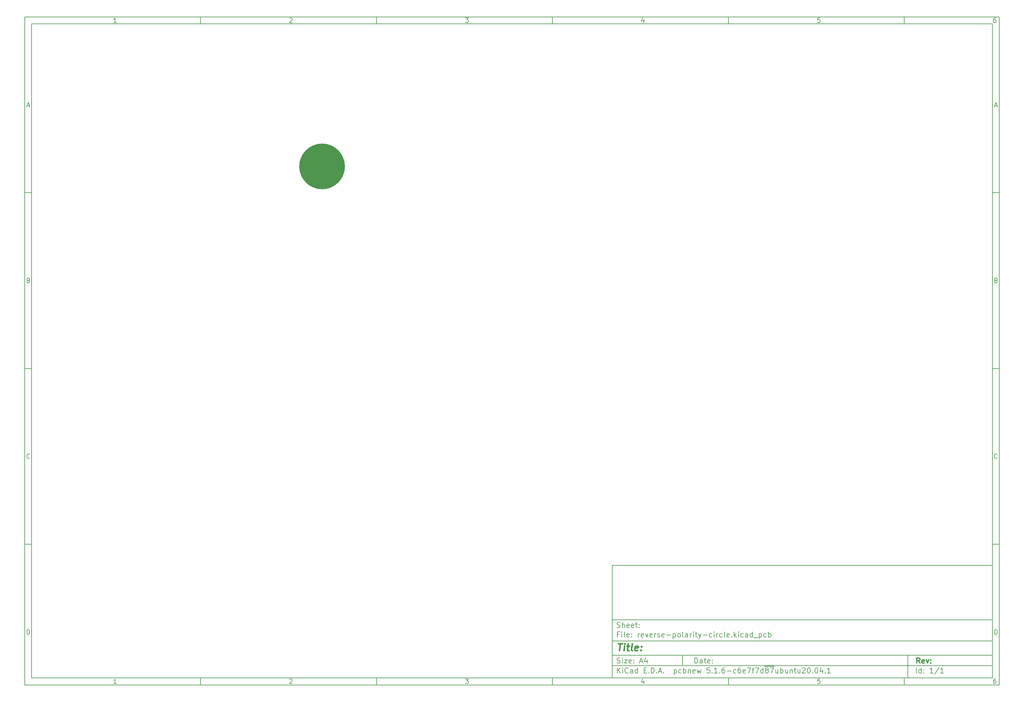
<source format=gbr>
G04 #@! TF.GenerationSoftware,KiCad,Pcbnew,5.1.6-c6e7f7d~87~ubuntu20.04.1*
G04 #@! TF.CreationDate,2020-08-14T09:14:16+02:00*
G04 #@! TF.ProjectId,reverse-polarity-circle,72657665-7273-4652-9d70-6f6c61726974,rev?*
G04 #@! TF.SameCoordinates,Original*
G04 #@! TF.FileFunction,Paste,Bot*
G04 #@! TF.FilePolarity,Positive*
%FSLAX46Y46*%
G04 Gerber Fmt 4.6, Leading zero omitted, Abs format (unit mm)*
G04 Created by KiCad (PCBNEW 5.1.6-c6e7f7d~87~ubuntu20.04.1) date 2020-08-14 09:14:16*
%MOMM*%
%LPD*%
G01*
G04 APERTURE LIST*
%ADD10C,0.100000*%
%ADD11C,0.150000*%
%ADD12C,0.300000*%
%ADD13C,0.400000*%
%ADD14C,13.000000*%
G04 APERTURE END LIST*
D10*
D11*
X177002200Y-166007200D02*
X177002200Y-198007200D01*
X285002200Y-198007200D01*
X285002200Y-166007200D01*
X177002200Y-166007200D01*
D10*
D11*
X10000000Y-10000000D02*
X10000000Y-200007200D01*
X287002200Y-200007200D01*
X287002200Y-10000000D01*
X10000000Y-10000000D01*
D10*
D11*
X12000000Y-12000000D02*
X12000000Y-198007200D01*
X285002200Y-198007200D01*
X285002200Y-12000000D01*
X12000000Y-12000000D01*
D10*
D11*
X60000000Y-12000000D02*
X60000000Y-10000000D01*
D10*
D11*
X110000000Y-12000000D02*
X110000000Y-10000000D01*
D10*
D11*
X160000000Y-12000000D02*
X160000000Y-10000000D01*
D10*
D11*
X210000000Y-12000000D02*
X210000000Y-10000000D01*
D10*
D11*
X260000000Y-12000000D02*
X260000000Y-10000000D01*
D10*
D11*
X36065476Y-11588095D02*
X35322619Y-11588095D01*
X35694047Y-11588095D02*
X35694047Y-10288095D01*
X35570238Y-10473809D01*
X35446428Y-10597619D01*
X35322619Y-10659523D01*
D10*
D11*
X85322619Y-10411904D02*
X85384523Y-10350000D01*
X85508333Y-10288095D01*
X85817857Y-10288095D01*
X85941666Y-10350000D01*
X86003571Y-10411904D01*
X86065476Y-10535714D01*
X86065476Y-10659523D01*
X86003571Y-10845238D01*
X85260714Y-11588095D01*
X86065476Y-11588095D01*
D10*
D11*
X135260714Y-10288095D02*
X136065476Y-10288095D01*
X135632142Y-10783333D01*
X135817857Y-10783333D01*
X135941666Y-10845238D01*
X136003571Y-10907142D01*
X136065476Y-11030952D01*
X136065476Y-11340476D01*
X136003571Y-11464285D01*
X135941666Y-11526190D01*
X135817857Y-11588095D01*
X135446428Y-11588095D01*
X135322619Y-11526190D01*
X135260714Y-11464285D01*
D10*
D11*
X185941666Y-10721428D02*
X185941666Y-11588095D01*
X185632142Y-10226190D02*
X185322619Y-11154761D01*
X186127380Y-11154761D01*
D10*
D11*
X236003571Y-10288095D02*
X235384523Y-10288095D01*
X235322619Y-10907142D01*
X235384523Y-10845238D01*
X235508333Y-10783333D01*
X235817857Y-10783333D01*
X235941666Y-10845238D01*
X236003571Y-10907142D01*
X236065476Y-11030952D01*
X236065476Y-11340476D01*
X236003571Y-11464285D01*
X235941666Y-11526190D01*
X235817857Y-11588095D01*
X235508333Y-11588095D01*
X235384523Y-11526190D01*
X235322619Y-11464285D01*
D10*
D11*
X285941666Y-10288095D02*
X285694047Y-10288095D01*
X285570238Y-10350000D01*
X285508333Y-10411904D01*
X285384523Y-10597619D01*
X285322619Y-10845238D01*
X285322619Y-11340476D01*
X285384523Y-11464285D01*
X285446428Y-11526190D01*
X285570238Y-11588095D01*
X285817857Y-11588095D01*
X285941666Y-11526190D01*
X286003571Y-11464285D01*
X286065476Y-11340476D01*
X286065476Y-11030952D01*
X286003571Y-10907142D01*
X285941666Y-10845238D01*
X285817857Y-10783333D01*
X285570238Y-10783333D01*
X285446428Y-10845238D01*
X285384523Y-10907142D01*
X285322619Y-11030952D01*
D10*
D11*
X60000000Y-198007200D02*
X60000000Y-200007200D01*
D10*
D11*
X110000000Y-198007200D02*
X110000000Y-200007200D01*
D10*
D11*
X160000000Y-198007200D02*
X160000000Y-200007200D01*
D10*
D11*
X210000000Y-198007200D02*
X210000000Y-200007200D01*
D10*
D11*
X260000000Y-198007200D02*
X260000000Y-200007200D01*
D10*
D11*
X36065476Y-199595295D02*
X35322619Y-199595295D01*
X35694047Y-199595295D02*
X35694047Y-198295295D01*
X35570238Y-198481009D01*
X35446428Y-198604819D01*
X35322619Y-198666723D01*
D10*
D11*
X85322619Y-198419104D02*
X85384523Y-198357200D01*
X85508333Y-198295295D01*
X85817857Y-198295295D01*
X85941666Y-198357200D01*
X86003571Y-198419104D01*
X86065476Y-198542914D01*
X86065476Y-198666723D01*
X86003571Y-198852438D01*
X85260714Y-199595295D01*
X86065476Y-199595295D01*
D10*
D11*
X135260714Y-198295295D02*
X136065476Y-198295295D01*
X135632142Y-198790533D01*
X135817857Y-198790533D01*
X135941666Y-198852438D01*
X136003571Y-198914342D01*
X136065476Y-199038152D01*
X136065476Y-199347676D01*
X136003571Y-199471485D01*
X135941666Y-199533390D01*
X135817857Y-199595295D01*
X135446428Y-199595295D01*
X135322619Y-199533390D01*
X135260714Y-199471485D01*
D10*
D11*
X185941666Y-198728628D02*
X185941666Y-199595295D01*
X185632142Y-198233390D02*
X185322619Y-199161961D01*
X186127380Y-199161961D01*
D10*
D11*
X236003571Y-198295295D02*
X235384523Y-198295295D01*
X235322619Y-198914342D01*
X235384523Y-198852438D01*
X235508333Y-198790533D01*
X235817857Y-198790533D01*
X235941666Y-198852438D01*
X236003571Y-198914342D01*
X236065476Y-199038152D01*
X236065476Y-199347676D01*
X236003571Y-199471485D01*
X235941666Y-199533390D01*
X235817857Y-199595295D01*
X235508333Y-199595295D01*
X235384523Y-199533390D01*
X235322619Y-199471485D01*
D10*
D11*
X285941666Y-198295295D02*
X285694047Y-198295295D01*
X285570238Y-198357200D01*
X285508333Y-198419104D01*
X285384523Y-198604819D01*
X285322619Y-198852438D01*
X285322619Y-199347676D01*
X285384523Y-199471485D01*
X285446428Y-199533390D01*
X285570238Y-199595295D01*
X285817857Y-199595295D01*
X285941666Y-199533390D01*
X286003571Y-199471485D01*
X286065476Y-199347676D01*
X286065476Y-199038152D01*
X286003571Y-198914342D01*
X285941666Y-198852438D01*
X285817857Y-198790533D01*
X285570238Y-198790533D01*
X285446428Y-198852438D01*
X285384523Y-198914342D01*
X285322619Y-199038152D01*
D10*
D11*
X10000000Y-60000000D02*
X12000000Y-60000000D01*
D10*
D11*
X10000000Y-110000000D02*
X12000000Y-110000000D01*
D10*
D11*
X10000000Y-160000000D02*
X12000000Y-160000000D01*
D10*
D11*
X10690476Y-35216666D02*
X11309523Y-35216666D01*
X10566666Y-35588095D02*
X11000000Y-34288095D01*
X11433333Y-35588095D01*
D10*
D11*
X11092857Y-84907142D02*
X11278571Y-84969047D01*
X11340476Y-85030952D01*
X11402380Y-85154761D01*
X11402380Y-85340476D01*
X11340476Y-85464285D01*
X11278571Y-85526190D01*
X11154761Y-85588095D01*
X10659523Y-85588095D01*
X10659523Y-84288095D01*
X11092857Y-84288095D01*
X11216666Y-84350000D01*
X11278571Y-84411904D01*
X11340476Y-84535714D01*
X11340476Y-84659523D01*
X11278571Y-84783333D01*
X11216666Y-84845238D01*
X11092857Y-84907142D01*
X10659523Y-84907142D01*
D10*
D11*
X11402380Y-135464285D02*
X11340476Y-135526190D01*
X11154761Y-135588095D01*
X11030952Y-135588095D01*
X10845238Y-135526190D01*
X10721428Y-135402380D01*
X10659523Y-135278571D01*
X10597619Y-135030952D01*
X10597619Y-134845238D01*
X10659523Y-134597619D01*
X10721428Y-134473809D01*
X10845238Y-134350000D01*
X11030952Y-134288095D01*
X11154761Y-134288095D01*
X11340476Y-134350000D01*
X11402380Y-134411904D01*
D10*
D11*
X10659523Y-185588095D02*
X10659523Y-184288095D01*
X10969047Y-184288095D01*
X11154761Y-184350000D01*
X11278571Y-184473809D01*
X11340476Y-184597619D01*
X11402380Y-184845238D01*
X11402380Y-185030952D01*
X11340476Y-185278571D01*
X11278571Y-185402380D01*
X11154761Y-185526190D01*
X10969047Y-185588095D01*
X10659523Y-185588095D01*
D10*
D11*
X287002200Y-60000000D02*
X285002200Y-60000000D01*
D10*
D11*
X287002200Y-110000000D02*
X285002200Y-110000000D01*
D10*
D11*
X287002200Y-160000000D02*
X285002200Y-160000000D01*
D10*
D11*
X285692676Y-35216666D02*
X286311723Y-35216666D01*
X285568866Y-35588095D02*
X286002200Y-34288095D01*
X286435533Y-35588095D01*
D10*
D11*
X286095057Y-84907142D02*
X286280771Y-84969047D01*
X286342676Y-85030952D01*
X286404580Y-85154761D01*
X286404580Y-85340476D01*
X286342676Y-85464285D01*
X286280771Y-85526190D01*
X286156961Y-85588095D01*
X285661723Y-85588095D01*
X285661723Y-84288095D01*
X286095057Y-84288095D01*
X286218866Y-84350000D01*
X286280771Y-84411904D01*
X286342676Y-84535714D01*
X286342676Y-84659523D01*
X286280771Y-84783333D01*
X286218866Y-84845238D01*
X286095057Y-84907142D01*
X285661723Y-84907142D01*
D10*
D11*
X286404580Y-135464285D02*
X286342676Y-135526190D01*
X286156961Y-135588095D01*
X286033152Y-135588095D01*
X285847438Y-135526190D01*
X285723628Y-135402380D01*
X285661723Y-135278571D01*
X285599819Y-135030952D01*
X285599819Y-134845238D01*
X285661723Y-134597619D01*
X285723628Y-134473809D01*
X285847438Y-134350000D01*
X286033152Y-134288095D01*
X286156961Y-134288095D01*
X286342676Y-134350000D01*
X286404580Y-134411904D01*
D10*
D11*
X285661723Y-185588095D02*
X285661723Y-184288095D01*
X285971247Y-184288095D01*
X286156961Y-184350000D01*
X286280771Y-184473809D01*
X286342676Y-184597619D01*
X286404580Y-184845238D01*
X286404580Y-185030952D01*
X286342676Y-185278571D01*
X286280771Y-185402380D01*
X286156961Y-185526190D01*
X285971247Y-185588095D01*
X285661723Y-185588095D01*
D10*
D11*
X200434342Y-193785771D02*
X200434342Y-192285771D01*
X200791485Y-192285771D01*
X201005771Y-192357200D01*
X201148628Y-192500057D01*
X201220057Y-192642914D01*
X201291485Y-192928628D01*
X201291485Y-193142914D01*
X201220057Y-193428628D01*
X201148628Y-193571485D01*
X201005771Y-193714342D01*
X200791485Y-193785771D01*
X200434342Y-193785771D01*
X202577200Y-193785771D02*
X202577200Y-193000057D01*
X202505771Y-192857200D01*
X202362914Y-192785771D01*
X202077200Y-192785771D01*
X201934342Y-192857200D01*
X202577200Y-193714342D02*
X202434342Y-193785771D01*
X202077200Y-193785771D01*
X201934342Y-193714342D01*
X201862914Y-193571485D01*
X201862914Y-193428628D01*
X201934342Y-193285771D01*
X202077200Y-193214342D01*
X202434342Y-193214342D01*
X202577200Y-193142914D01*
X203077200Y-192785771D02*
X203648628Y-192785771D01*
X203291485Y-192285771D02*
X203291485Y-193571485D01*
X203362914Y-193714342D01*
X203505771Y-193785771D01*
X203648628Y-193785771D01*
X204720057Y-193714342D02*
X204577200Y-193785771D01*
X204291485Y-193785771D01*
X204148628Y-193714342D01*
X204077200Y-193571485D01*
X204077200Y-193000057D01*
X204148628Y-192857200D01*
X204291485Y-192785771D01*
X204577200Y-192785771D01*
X204720057Y-192857200D01*
X204791485Y-193000057D01*
X204791485Y-193142914D01*
X204077200Y-193285771D01*
X205434342Y-193642914D02*
X205505771Y-193714342D01*
X205434342Y-193785771D01*
X205362914Y-193714342D01*
X205434342Y-193642914D01*
X205434342Y-193785771D01*
X205434342Y-192857200D02*
X205505771Y-192928628D01*
X205434342Y-193000057D01*
X205362914Y-192928628D01*
X205434342Y-192857200D01*
X205434342Y-193000057D01*
D10*
D11*
X177002200Y-194507200D02*
X285002200Y-194507200D01*
D10*
D11*
X178434342Y-196585771D02*
X178434342Y-195085771D01*
X179291485Y-196585771D02*
X178648628Y-195728628D01*
X179291485Y-195085771D02*
X178434342Y-195942914D01*
X179934342Y-196585771D02*
X179934342Y-195585771D01*
X179934342Y-195085771D02*
X179862914Y-195157200D01*
X179934342Y-195228628D01*
X180005771Y-195157200D01*
X179934342Y-195085771D01*
X179934342Y-195228628D01*
X181505771Y-196442914D02*
X181434342Y-196514342D01*
X181220057Y-196585771D01*
X181077200Y-196585771D01*
X180862914Y-196514342D01*
X180720057Y-196371485D01*
X180648628Y-196228628D01*
X180577200Y-195942914D01*
X180577200Y-195728628D01*
X180648628Y-195442914D01*
X180720057Y-195300057D01*
X180862914Y-195157200D01*
X181077200Y-195085771D01*
X181220057Y-195085771D01*
X181434342Y-195157200D01*
X181505771Y-195228628D01*
X182791485Y-196585771D02*
X182791485Y-195800057D01*
X182720057Y-195657200D01*
X182577200Y-195585771D01*
X182291485Y-195585771D01*
X182148628Y-195657200D01*
X182791485Y-196514342D02*
X182648628Y-196585771D01*
X182291485Y-196585771D01*
X182148628Y-196514342D01*
X182077200Y-196371485D01*
X182077200Y-196228628D01*
X182148628Y-196085771D01*
X182291485Y-196014342D01*
X182648628Y-196014342D01*
X182791485Y-195942914D01*
X184148628Y-196585771D02*
X184148628Y-195085771D01*
X184148628Y-196514342D02*
X184005771Y-196585771D01*
X183720057Y-196585771D01*
X183577200Y-196514342D01*
X183505771Y-196442914D01*
X183434342Y-196300057D01*
X183434342Y-195871485D01*
X183505771Y-195728628D01*
X183577200Y-195657200D01*
X183720057Y-195585771D01*
X184005771Y-195585771D01*
X184148628Y-195657200D01*
X186005771Y-195800057D02*
X186505771Y-195800057D01*
X186720057Y-196585771D02*
X186005771Y-196585771D01*
X186005771Y-195085771D01*
X186720057Y-195085771D01*
X187362914Y-196442914D02*
X187434342Y-196514342D01*
X187362914Y-196585771D01*
X187291485Y-196514342D01*
X187362914Y-196442914D01*
X187362914Y-196585771D01*
X188077200Y-196585771D02*
X188077200Y-195085771D01*
X188434342Y-195085771D01*
X188648628Y-195157200D01*
X188791485Y-195300057D01*
X188862914Y-195442914D01*
X188934342Y-195728628D01*
X188934342Y-195942914D01*
X188862914Y-196228628D01*
X188791485Y-196371485D01*
X188648628Y-196514342D01*
X188434342Y-196585771D01*
X188077200Y-196585771D01*
X189577200Y-196442914D02*
X189648628Y-196514342D01*
X189577200Y-196585771D01*
X189505771Y-196514342D01*
X189577200Y-196442914D01*
X189577200Y-196585771D01*
X190220057Y-196157200D02*
X190934342Y-196157200D01*
X190077200Y-196585771D02*
X190577200Y-195085771D01*
X191077200Y-196585771D01*
X191577200Y-196442914D02*
X191648628Y-196514342D01*
X191577200Y-196585771D01*
X191505771Y-196514342D01*
X191577200Y-196442914D01*
X191577200Y-196585771D01*
X194577200Y-195585771D02*
X194577200Y-197085771D01*
X194577200Y-195657200D02*
X194720057Y-195585771D01*
X195005771Y-195585771D01*
X195148628Y-195657200D01*
X195220057Y-195728628D01*
X195291485Y-195871485D01*
X195291485Y-196300057D01*
X195220057Y-196442914D01*
X195148628Y-196514342D01*
X195005771Y-196585771D01*
X194720057Y-196585771D01*
X194577200Y-196514342D01*
X196577200Y-196514342D02*
X196434342Y-196585771D01*
X196148628Y-196585771D01*
X196005771Y-196514342D01*
X195934342Y-196442914D01*
X195862914Y-196300057D01*
X195862914Y-195871485D01*
X195934342Y-195728628D01*
X196005771Y-195657200D01*
X196148628Y-195585771D01*
X196434342Y-195585771D01*
X196577200Y-195657200D01*
X197220057Y-196585771D02*
X197220057Y-195085771D01*
X197220057Y-195657200D02*
X197362914Y-195585771D01*
X197648628Y-195585771D01*
X197791485Y-195657200D01*
X197862914Y-195728628D01*
X197934342Y-195871485D01*
X197934342Y-196300057D01*
X197862914Y-196442914D01*
X197791485Y-196514342D01*
X197648628Y-196585771D01*
X197362914Y-196585771D01*
X197220057Y-196514342D01*
X198577200Y-195585771D02*
X198577200Y-196585771D01*
X198577200Y-195728628D02*
X198648628Y-195657200D01*
X198791485Y-195585771D01*
X199005771Y-195585771D01*
X199148628Y-195657200D01*
X199220057Y-195800057D01*
X199220057Y-196585771D01*
X200505771Y-196514342D02*
X200362914Y-196585771D01*
X200077200Y-196585771D01*
X199934342Y-196514342D01*
X199862914Y-196371485D01*
X199862914Y-195800057D01*
X199934342Y-195657200D01*
X200077200Y-195585771D01*
X200362914Y-195585771D01*
X200505771Y-195657200D01*
X200577200Y-195800057D01*
X200577200Y-195942914D01*
X199862914Y-196085771D01*
X201077200Y-195585771D02*
X201362914Y-196585771D01*
X201648628Y-195871485D01*
X201934342Y-196585771D01*
X202220057Y-195585771D01*
X204648628Y-195085771D02*
X203934342Y-195085771D01*
X203862914Y-195800057D01*
X203934342Y-195728628D01*
X204077200Y-195657200D01*
X204434342Y-195657200D01*
X204577200Y-195728628D01*
X204648628Y-195800057D01*
X204720057Y-195942914D01*
X204720057Y-196300057D01*
X204648628Y-196442914D01*
X204577200Y-196514342D01*
X204434342Y-196585771D01*
X204077200Y-196585771D01*
X203934342Y-196514342D01*
X203862914Y-196442914D01*
X205362914Y-196442914D02*
X205434342Y-196514342D01*
X205362914Y-196585771D01*
X205291485Y-196514342D01*
X205362914Y-196442914D01*
X205362914Y-196585771D01*
X206862914Y-196585771D02*
X206005771Y-196585771D01*
X206434342Y-196585771D02*
X206434342Y-195085771D01*
X206291485Y-195300057D01*
X206148628Y-195442914D01*
X206005771Y-195514342D01*
X207505771Y-196442914D02*
X207577200Y-196514342D01*
X207505771Y-196585771D01*
X207434342Y-196514342D01*
X207505771Y-196442914D01*
X207505771Y-196585771D01*
X208862914Y-195085771D02*
X208577200Y-195085771D01*
X208434342Y-195157200D01*
X208362914Y-195228628D01*
X208220057Y-195442914D01*
X208148628Y-195728628D01*
X208148628Y-196300057D01*
X208220057Y-196442914D01*
X208291485Y-196514342D01*
X208434342Y-196585771D01*
X208720057Y-196585771D01*
X208862914Y-196514342D01*
X208934342Y-196442914D01*
X209005771Y-196300057D01*
X209005771Y-195942914D01*
X208934342Y-195800057D01*
X208862914Y-195728628D01*
X208720057Y-195657200D01*
X208434342Y-195657200D01*
X208291485Y-195728628D01*
X208220057Y-195800057D01*
X208148628Y-195942914D01*
X209648628Y-196014342D02*
X210791485Y-196014342D01*
X212148628Y-196514342D02*
X212005771Y-196585771D01*
X211720057Y-196585771D01*
X211577200Y-196514342D01*
X211505771Y-196442914D01*
X211434342Y-196300057D01*
X211434342Y-195871485D01*
X211505771Y-195728628D01*
X211577200Y-195657200D01*
X211720057Y-195585771D01*
X212005771Y-195585771D01*
X212148628Y-195657200D01*
X213434342Y-195085771D02*
X213148628Y-195085771D01*
X213005771Y-195157200D01*
X212934342Y-195228628D01*
X212791485Y-195442914D01*
X212720057Y-195728628D01*
X212720057Y-196300057D01*
X212791485Y-196442914D01*
X212862914Y-196514342D01*
X213005771Y-196585771D01*
X213291485Y-196585771D01*
X213434342Y-196514342D01*
X213505771Y-196442914D01*
X213577200Y-196300057D01*
X213577200Y-195942914D01*
X213505771Y-195800057D01*
X213434342Y-195728628D01*
X213291485Y-195657200D01*
X213005771Y-195657200D01*
X212862914Y-195728628D01*
X212791485Y-195800057D01*
X212720057Y-195942914D01*
X214791485Y-196514342D02*
X214648628Y-196585771D01*
X214362914Y-196585771D01*
X214220057Y-196514342D01*
X214148628Y-196371485D01*
X214148628Y-195800057D01*
X214220057Y-195657200D01*
X214362914Y-195585771D01*
X214648628Y-195585771D01*
X214791485Y-195657200D01*
X214862914Y-195800057D01*
X214862914Y-195942914D01*
X214148628Y-196085771D01*
X215362914Y-195085771D02*
X216362914Y-195085771D01*
X215720057Y-196585771D01*
X216720057Y-195585771D02*
X217291485Y-195585771D01*
X216934342Y-196585771D02*
X216934342Y-195300057D01*
X217005771Y-195157200D01*
X217148628Y-195085771D01*
X217291485Y-195085771D01*
X217648628Y-195085771D02*
X218648628Y-195085771D01*
X218005771Y-196585771D01*
X219862914Y-196585771D02*
X219862914Y-195085771D01*
X219862914Y-196514342D02*
X219720057Y-196585771D01*
X219434342Y-196585771D01*
X219291485Y-196514342D01*
X219220057Y-196442914D01*
X219148628Y-196300057D01*
X219148628Y-195871485D01*
X219220057Y-195728628D01*
X219291485Y-195657200D01*
X219434342Y-195585771D01*
X219720057Y-195585771D01*
X219862914Y-195657200D01*
X220220057Y-194677200D02*
X221648628Y-194677200D01*
X220791485Y-195728628D02*
X220648628Y-195657200D01*
X220577200Y-195585771D01*
X220505771Y-195442914D01*
X220505771Y-195371485D01*
X220577200Y-195228628D01*
X220648628Y-195157200D01*
X220791485Y-195085771D01*
X221077200Y-195085771D01*
X221220057Y-195157200D01*
X221291485Y-195228628D01*
X221362914Y-195371485D01*
X221362914Y-195442914D01*
X221291485Y-195585771D01*
X221220057Y-195657200D01*
X221077200Y-195728628D01*
X220791485Y-195728628D01*
X220648628Y-195800057D01*
X220577200Y-195871485D01*
X220505771Y-196014342D01*
X220505771Y-196300057D01*
X220577200Y-196442914D01*
X220648628Y-196514342D01*
X220791485Y-196585771D01*
X221077200Y-196585771D01*
X221220057Y-196514342D01*
X221291485Y-196442914D01*
X221362914Y-196300057D01*
X221362914Y-196014342D01*
X221291485Y-195871485D01*
X221220057Y-195800057D01*
X221077200Y-195728628D01*
X221648628Y-194677200D02*
X223077200Y-194677200D01*
X221862914Y-195085771D02*
X222862914Y-195085771D01*
X222220057Y-196585771D01*
X224077200Y-195585771D02*
X224077200Y-196585771D01*
X223434342Y-195585771D02*
X223434342Y-196371485D01*
X223505771Y-196514342D01*
X223648628Y-196585771D01*
X223862914Y-196585771D01*
X224005771Y-196514342D01*
X224077200Y-196442914D01*
X224791485Y-196585771D02*
X224791485Y-195085771D01*
X224791485Y-195657200D02*
X224934342Y-195585771D01*
X225220057Y-195585771D01*
X225362914Y-195657200D01*
X225434342Y-195728628D01*
X225505771Y-195871485D01*
X225505771Y-196300057D01*
X225434342Y-196442914D01*
X225362914Y-196514342D01*
X225220057Y-196585771D01*
X224934342Y-196585771D01*
X224791485Y-196514342D01*
X226791485Y-195585771D02*
X226791485Y-196585771D01*
X226148628Y-195585771D02*
X226148628Y-196371485D01*
X226220057Y-196514342D01*
X226362914Y-196585771D01*
X226577200Y-196585771D01*
X226720057Y-196514342D01*
X226791485Y-196442914D01*
X227505771Y-195585771D02*
X227505771Y-196585771D01*
X227505771Y-195728628D02*
X227577200Y-195657200D01*
X227720057Y-195585771D01*
X227934342Y-195585771D01*
X228077200Y-195657200D01*
X228148628Y-195800057D01*
X228148628Y-196585771D01*
X228648628Y-195585771D02*
X229220057Y-195585771D01*
X228862914Y-195085771D02*
X228862914Y-196371485D01*
X228934342Y-196514342D01*
X229077200Y-196585771D01*
X229220057Y-196585771D01*
X230362914Y-195585771D02*
X230362914Y-196585771D01*
X229720057Y-195585771D02*
X229720057Y-196371485D01*
X229791485Y-196514342D01*
X229934342Y-196585771D01*
X230148628Y-196585771D01*
X230291485Y-196514342D01*
X230362914Y-196442914D01*
X231005771Y-195228628D02*
X231077200Y-195157200D01*
X231220057Y-195085771D01*
X231577200Y-195085771D01*
X231720057Y-195157200D01*
X231791485Y-195228628D01*
X231862914Y-195371485D01*
X231862914Y-195514342D01*
X231791485Y-195728628D01*
X230934342Y-196585771D01*
X231862914Y-196585771D01*
X232791485Y-195085771D02*
X232934342Y-195085771D01*
X233077200Y-195157200D01*
X233148628Y-195228628D01*
X233220057Y-195371485D01*
X233291485Y-195657200D01*
X233291485Y-196014342D01*
X233220057Y-196300057D01*
X233148628Y-196442914D01*
X233077200Y-196514342D01*
X232934342Y-196585771D01*
X232791485Y-196585771D01*
X232648628Y-196514342D01*
X232577200Y-196442914D01*
X232505771Y-196300057D01*
X232434342Y-196014342D01*
X232434342Y-195657200D01*
X232505771Y-195371485D01*
X232577200Y-195228628D01*
X232648628Y-195157200D01*
X232791485Y-195085771D01*
X233934342Y-196442914D02*
X234005771Y-196514342D01*
X233934342Y-196585771D01*
X233862914Y-196514342D01*
X233934342Y-196442914D01*
X233934342Y-196585771D01*
X234934342Y-195085771D02*
X235077200Y-195085771D01*
X235220057Y-195157200D01*
X235291485Y-195228628D01*
X235362914Y-195371485D01*
X235434342Y-195657200D01*
X235434342Y-196014342D01*
X235362914Y-196300057D01*
X235291485Y-196442914D01*
X235220057Y-196514342D01*
X235077200Y-196585771D01*
X234934342Y-196585771D01*
X234791485Y-196514342D01*
X234720057Y-196442914D01*
X234648628Y-196300057D01*
X234577200Y-196014342D01*
X234577200Y-195657200D01*
X234648628Y-195371485D01*
X234720057Y-195228628D01*
X234791485Y-195157200D01*
X234934342Y-195085771D01*
X236720057Y-195585771D02*
X236720057Y-196585771D01*
X236362914Y-195014342D02*
X236005771Y-196085771D01*
X236934342Y-196085771D01*
X237505771Y-196442914D02*
X237577199Y-196514342D01*
X237505771Y-196585771D01*
X237434342Y-196514342D01*
X237505771Y-196442914D01*
X237505771Y-196585771D01*
X239005771Y-196585771D02*
X238148628Y-196585771D01*
X238577200Y-196585771D02*
X238577200Y-195085771D01*
X238434342Y-195300057D01*
X238291485Y-195442914D01*
X238148628Y-195514342D01*
D10*
D11*
X177002200Y-191507200D02*
X285002200Y-191507200D01*
D10*
D12*
X264411485Y-193785771D02*
X263911485Y-193071485D01*
X263554342Y-193785771D02*
X263554342Y-192285771D01*
X264125771Y-192285771D01*
X264268628Y-192357200D01*
X264340057Y-192428628D01*
X264411485Y-192571485D01*
X264411485Y-192785771D01*
X264340057Y-192928628D01*
X264268628Y-193000057D01*
X264125771Y-193071485D01*
X263554342Y-193071485D01*
X265625771Y-193714342D02*
X265482914Y-193785771D01*
X265197200Y-193785771D01*
X265054342Y-193714342D01*
X264982914Y-193571485D01*
X264982914Y-193000057D01*
X265054342Y-192857200D01*
X265197200Y-192785771D01*
X265482914Y-192785771D01*
X265625771Y-192857200D01*
X265697200Y-193000057D01*
X265697200Y-193142914D01*
X264982914Y-193285771D01*
X266197200Y-192785771D02*
X266554342Y-193785771D01*
X266911485Y-192785771D01*
X267482914Y-193642914D02*
X267554342Y-193714342D01*
X267482914Y-193785771D01*
X267411485Y-193714342D01*
X267482914Y-193642914D01*
X267482914Y-193785771D01*
X267482914Y-192857200D02*
X267554342Y-192928628D01*
X267482914Y-193000057D01*
X267411485Y-192928628D01*
X267482914Y-192857200D01*
X267482914Y-193000057D01*
D10*
D11*
X178362914Y-193714342D02*
X178577200Y-193785771D01*
X178934342Y-193785771D01*
X179077200Y-193714342D01*
X179148628Y-193642914D01*
X179220057Y-193500057D01*
X179220057Y-193357200D01*
X179148628Y-193214342D01*
X179077200Y-193142914D01*
X178934342Y-193071485D01*
X178648628Y-193000057D01*
X178505771Y-192928628D01*
X178434342Y-192857200D01*
X178362914Y-192714342D01*
X178362914Y-192571485D01*
X178434342Y-192428628D01*
X178505771Y-192357200D01*
X178648628Y-192285771D01*
X179005771Y-192285771D01*
X179220057Y-192357200D01*
X179862914Y-193785771D02*
X179862914Y-192785771D01*
X179862914Y-192285771D02*
X179791485Y-192357200D01*
X179862914Y-192428628D01*
X179934342Y-192357200D01*
X179862914Y-192285771D01*
X179862914Y-192428628D01*
X180434342Y-192785771D02*
X181220057Y-192785771D01*
X180434342Y-193785771D01*
X181220057Y-193785771D01*
X182362914Y-193714342D02*
X182220057Y-193785771D01*
X181934342Y-193785771D01*
X181791485Y-193714342D01*
X181720057Y-193571485D01*
X181720057Y-193000057D01*
X181791485Y-192857200D01*
X181934342Y-192785771D01*
X182220057Y-192785771D01*
X182362914Y-192857200D01*
X182434342Y-193000057D01*
X182434342Y-193142914D01*
X181720057Y-193285771D01*
X183077200Y-193642914D02*
X183148628Y-193714342D01*
X183077200Y-193785771D01*
X183005771Y-193714342D01*
X183077200Y-193642914D01*
X183077200Y-193785771D01*
X183077200Y-192857200D02*
X183148628Y-192928628D01*
X183077200Y-193000057D01*
X183005771Y-192928628D01*
X183077200Y-192857200D01*
X183077200Y-193000057D01*
X184862914Y-193357200D02*
X185577200Y-193357200D01*
X184720057Y-193785771D02*
X185220057Y-192285771D01*
X185720057Y-193785771D01*
X186862914Y-192785771D02*
X186862914Y-193785771D01*
X186505771Y-192214342D02*
X186148628Y-193285771D01*
X187077200Y-193285771D01*
D10*
D11*
X263434342Y-196585771D02*
X263434342Y-195085771D01*
X264791485Y-196585771D02*
X264791485Y-195085771D01*
X264791485Y-196514342D02*
X264648628Y-196585771D01*
X264362914Y-196585771D01*
X264220057Y-196514342D01*
X264148628Y-196442914D01*
X264077200Y-196300057D01*
X264077200Y-195871485D01*
X264148628Y-195728628D01*
X264220057Y-195657200D01*
X264362914Y-195585771D01*
X264648628Y-195585771D01*
X264791485Y-195657200D01*
X265505771Y-196442914D02*
X265577200Y-196514342D01*
X265505771Y-196585771D01*
X265434342Y-196514342D01*
X265505771Y-196442914D01*
X265505771Y-196585771D01*
X265505771Y-195657200D02*
X265577200Y-195728628D01*
X265505771Y-195800057D01*
X265434342Y-195728628D01*
X265505771Y-195657200D01*
X265505771Y-195800057D01*
X268148628Y-196585771D02*
X267291485Y-196585771D01*
X267720057Y-196585771D02*
X267720057Y-195085771D01*
X267577200Y-195300057D01*
X267434342Y-195442914D01*
X267291485Y-195514342D01*
X269862914Y-195014342D02*
X268577200Y-196942914D01*
X271148628Y-196585771D02*
X270291485Y-196585771D01*
X270720057Y-196585771D02*
X270720057Y-195085771D01*
X270577200Y-195300057D01*
X270434342Y-195442914D01*
X270291485Y-195514342D01*
D10*
D11*
X177002200Y-187507200D02*
X285002200Y-187507200D01*
D10*
D13*
X178714580Y-188211961D02*
X179857438Y-188211961D01*
X179036009Y-190211961D02*
X179286009Y-188211961D01*
X180274104Y-190211961D02*
X180440771Y-188878628D01*
X180524104Y-188211961D02*
X180416961Y-188307200D01*
X180500295Y-188402438D01*
X180607438Y-188307200D01*
X180524104Y-188211961D01*
X180500295Y-188402438D01*
X181107438Y-188878628D02*
X181869342Y-188878628D01*
X181476485Y-188211961D02*
X181262200Y-189926247D01*
X181333628Y-190116723D01*
X181512200Y-190211961D01*
X181702676Y-190211961D01*
X182655057Y-190211961D02*
X182476485Y-190116723D01*
X182405057Y-189926247D01*
X182619342Y-188211961D01*
X184190771Y-190116723D02*
X183988390Y-190211961D01*
X183607438Y-190211961D01*
X183428866Y-190116723D01*
X183357438Y-189926247D01*
X183452676Y-189164342D01*
X183571723Y-188973866D01*
X183774104Y-188878628D01*
X184155057Y-188878628D01*
X184333628Y-188973866D01*
X184405057Y-189164342D01*
X184381247Y-189354819D01*
X183405057Y-189545295D01*
X185155057Y-190021485D02*
X185238390Y-190116723D01*
X185131247Y-190211961D01*
X185047914Y-190116723D01*
X185155057Y-190021485D01*
X185131247Y-190211961D01*
X185286009Y-188973866D02*
X185369342Y-189069104D01*
X185262200Y-189164342D01*
X185178866Y-189069104D01*
X185286009Y-188973866D01*
X185262200Y-189164342D01*
D10*
D11*
X178934342Y-185600057D02*
X178434342Y-185600057D01*
X178434342Y-186385771D02*
X178434342Y-184885771D01*
X179148628Y-184885771D01*
X179720057Y-186385771D02*
X179720057Y-185385771D01*
X179720057Y-184885771D02*
X179648628Y-184957200D01*
X179720057Y-185028628D01*
X179791485Y-184957200D01*
X179720057Y-184885771D01*
X179720057Y-185028628D01*
X180648628Y-186385771D02*
X180505771Y-186314342D01*
X180434342Y-186171485D01*
X180434342Y-184885771D01*
X181791485Y-186314342D02*
X181648628Y-186385771D01*
X181362914Y-186385771D01*
X181220057Y-186314342D01*
X181148628Y-186171485D01*
X181148628Y-185600057D01*
X181220057Y-185457200D01*
X181362914Y-185385771D01*
X181648628Y-185385771D01*
X181791485Y-185457200D01*
X181862914Y-185600057D01*
X181862914Y-185742914D01*
X181148628Y-185885771D01*
X182505771Y-186242914D02*
X182577200Y-186314342D01*
X182505771Y-186385771D01*
X182434342Y-186314342D01*
X182505771Y-186242914D01*
X182505771Y-186385771D01*
X182505771Y-185457200D02*
X182577200Y-185528628D01*
X182505771Y-185600057D01*
X182434342Y-185528628D01*
X182505771Y-185457200D01*
X182505771Y-185600057D01*
X184362914Y-186385771D02*
X184362914Y-185385771D01*
X184362914Y-185671485D02*
X184434342Y-185528628D01*
X184505771Y-185457200D01*
X184648628Y-185385771D01*
X184791485Y-185385771D01*
X185862914Y-186314342D02*
X185720057Y-186385771D01*
X185434342Y-186385771D01*
X185291485Y-186314342D01*
X185220057Y-186171485D01*
X185220057Y-185600057D01*
X185291485Y-185457200D01*
X185434342Y-185385771D01*
X185720057Y-185385771D01*
X185862914Y-185457200D01*
X185934342Y-185600057D01*
X185934342Y-185742914D01*
X185220057Y-185885771D01*
X186434342Y-185385771D02*
X186791485Y-186385771D01*
X187148628Y-185385771D01*
X188291485Y-186314342D02*
X188148628Y-186385771D01*
X187862914Y-186385771D01*
X187720057Y-186314342D01*
X187648628Y-186171485D01*
X187648628Y-185600057D01*
X187720057Y-185457200D01*
X187862914Y-185385771D01*
X188148628Y-185385771D01*
X188291485Y-185457200D01*
X188362914Y-185600057D01*
X188362914Y-185742914D01*
X187648628Y-185885771D01*
X189005771Y-186385771D02*
X189005771Y-185385771D01*
X189005771Y-185671485D02*
X189077200Y-185528628D01*
X189148628Y-185457200D01*
X189291485Y-185385771D01*
X189434342Y-185385771D01*
X189862914Y-186314342D02*
X190005771Y-186385771D01*
X190291485Y-186385771D01*
X190434342Y-186314342D01*
X190505771Y-186171485D01*
X190505771Y-186100057D01*
X190434342Y-185957200D01*
X190291485Y-185885771D01*
X190077200Y-185885771D01*
X189934342Y-185814342D01*
X189862914Y-185671485D01*
X189862914Y-185600057D01*
X189934342Y-185457200D01*
X190077200Y-185385771D01*
X190291485Y-185385771D01*
X190434342Y-185457200D01*
X191720057Y-186314342D02*
X191577200Y-186385771D01*
X191291485Y-186385771D01*
X191148628Y-186314342D01*
X191077200Y-186171485D01*
X191077200Y-185600057D01*
X191148628Y-185457200D01*
X191291485Y-185385771D01*
X191577200Y-185385771D01*
X191720057Y-185457200D01*
X191791485Y-185600057D01*
X191791485Y-185742914D01*
X191077200Y-185885771D01*
X192434342Y-185814342D02*
X193577200Y-185814342D01*
X194291485Y-185385771D02*
X194291485Y-186885771D01*
X194291485Y-185457200D02*
X194434342Y-185385771D01*
X194720057Y-185385771D01*
X194862914Y-185457200D01*
X194934342Y-185528628D01*
X195005771Y-185671485D01*
X195005771Y-186100057D01*
X194934342Y-186242914D01*
X194862914Y-186314342D01*
X194720057Y-186385771D01*
X194434342Y-186385771D01*
X194291485Y-186314342D01*
X195862914Y-186385771D02*
X195720057Y-186314342D01*
X195648628Y-186242914D01*
X195577200Y-186100057D01*
X195577200Y-185671485D01*
X195648628Y-185528628D01*
X195720057Y-185457200D01*
X195862914Y-185385771D01*
X196077200Y-185385771D01*
X196220057Y-185457200D01*
X196291485Y-185528628D01*
X196362914Y-185671485D01*
X196362914Y-186100057D01*
X196291485Y-186242914D01*
X196220057Y-186314342D01*
X196077200Y-186385771D01*
X195862914Y-186385771D01*
X197220057Y-186385771D02*
X197077200Y-186314342D01*
X197005771Y-186171485D01*
X197005771Y-184885771D01*
X198434342Y-186385771D02*
X198434342Y-185600057D01*
X198362914Y-185457200D01*
X198220057Y-185385771D01*
X197934342Y-185385771D01*
X197791485Y-185457200D01*
X198434342Y-186314342D02*
X198291485Y-186385771D01*
X197934342Y-186385771D01*
X197791485Y-186314342D01*
X197720057Y-186171485D01*
X197720057Y-186028628D01*
X197791485Y-185885771D01*
X197934342Y-185814342D01*
X198291485Y-185814342D01*
X198434342Y-185742914D01*
X199148628Y-186385771D02*
X199148628Y-185385771D01*
X199148628Y-185671485D02*
X199220057Y-185528628D01*
X199291485Y-185457200D01*
X199434342Y-185385771D01*
X199577200Y-185385771D01*
X200077200Y-186385771D02*
X200077200Y-185385771D01*
X200077200Y-184885771D02*
X200005771Y-184957200D01*
X200077200Y-185028628D01*
X200148628Y-184957200D01*
X200077200Y-184885771D01*
X200077200Y-185028628D01*
X200577200Y-185385771D02*
X201148628Y-185385771D01*
X200791485Y-184885771D02*
X200791485Y-186171485D01*
X200862914Y-186314342D01*
X201005771Y-186385771D01*
X201148628Y-186385771D01*
X201505771Y-185385771D02*
X201862914Y-186385771D01*
X202220057Y-185385771D02*
X201862914Y-186385771D01*
X201720057Y-186742914D01*
X201648628Y-186814342D01*
X201505771Y-186885771D01*
X202791485Y-185814342D02*
X203934342Y-185814342D01*
X205291485Y-186314342D02*
X205148628Y-186385771D01*
X204862914Y-186385771D01*
X204720057Y-186314342D01*
X204648628Y-186242914D01*
X204577200Y-186100057D01*
X204577200Y-185671485D01*
X204648628Y-185528628D01*
X204720057Y-185457200D01*
X204862914Y-185385771D01*
X205148628Y-185385771D01*
X205291485Y-185457200D01*
X205934342Y-186385771D02*
X205934342Y-185385771D01*
X205934342Y-184885771D02*
X205862914Y-184957200D01*
X205934342Y-185028628D01*
X206005771Y-184957200D01*
X205934342Y-184885771D01*
X205934342Y-185028628D01*
X206648628Y-186385771D02*
X206648628Y-185385771D01*
X206648628Y-185671485D02*
X206720057Y-185528628D01*
X206791485Y-185457200D01*
X206934342Y-185385771D01*
X207077200Y-185385771D01*
X208220057Y-186314342D02*
X208077200Y-186385771D01*
X207791485Y-186385771D01*
X207648628Y-186314342D01*
X207577200Y-186242914D01*
X207505771Y-186100057D01*
X207505771Y-185671485D01*
X207577200Y-185528628D01*
X207648628Y-185457200D01*
X207791485Y-185385771D01*
X208077200Y-185385771D01*
X208220057Y-185457200D01*
X209077200Y-186385771D02*
X208934342Y-186314342D01*
X208862914Y-186171485D01*
X208862914Y-184885771D01*
X210220057Y-186314342D02*
X210077200Y-186385771D01*
X209791485Y-186385771D01*
X209648628Y-186314342D01*
X209577200Y-186171485D01*
X209577200Y-185600057D01*
X209648628Y-185457200D01*
X209791485Y-185385771D01*
X210077200Y-185385771D01*
X210220057Y-185457200D01*
X210291485Y-185600057D01*
X210291485Y-185742914D01*
X209577200Y-185885771D01*
X210934342Y-186242914D02*
X211005771Y-186314342D01*
X210934342Y-186385771D01*
X210862914Y-186314342D01*
X210934342Y-186242914D01*
X210934342Y-186385771D01*
X211648628Y-186385771D02*
X211648628Y-184885771D01*
X211791485Y-185814342D02*
X212220057Y-186385771D01*
X212220057Y-185385771D02*
X211648628Y-185957200D01*
X212862914Y-186385771D02*
X212862914Y-185385771D01*
X212862914Y-184885771D02*
X212791485Y-184957200D01*
X212862914Y-185028628D01*
X212934342Y-184957200D01*
X212862914Y-184885771D01*
X212862914Y-185028628D01*
X214220057Y-186314342D02*
X214077200Y-186385771D01*
X213791485Y-186385771D01*
X213648628Y-186314342D01*
X213577200Y-186242914D01*
X213505771Y-186100057D01*
X213505771Y-185671485D01*
X213577200Y-185528628D01*
X213648628Y-185457200D01*
X213791485Y-185385771D01*
X214077200Y-185385771D01*
X214220057Y-185457200D01*
X215505771Y-186385771D02*
X215505771Y-185600057D01*
X215434342Y-185457200D01*
X215291485Y-185385771D01*
X215005771Y-185385771D01*
X214862914Y-185457200D01*
X215505771Y-186314342D02*
X215362914Y-186385771D01*
X215005771Y-186385771D01*
X214862914Y-186314342D01*
X214791485Y-186171485D01*
X214791485Y-186028628D01*
X214862914Y-185885771D01*
X215005771Y-185814342D01*
X215362914Y-185814342D01*
X215505771Y-185742914D01*
X216862914Y-186385771D02*
X216862914Y-184885771D01*
X216862914Y-186314342D02*
X216720057Y-186385771D01*
X216434342Y-186385771D01*
X216291485Y-186314342D01*
X216220057Y-186242914D01*
X216148628Y-186100057D01*
X216148628Y-185671485D01*
X216220057Y-185528628D01*
X216291485Y-185457200D01*
X216434342Y-185385771D01*
X216720057Y-185385771D01*
X216862914Y-185457200D01*
X217220057Y-186528628D02*
X218362914Y-186528628D01*
X218720057Y-185385771D02*
X218720057Y-186885771D01*
X218720057Y-185457200D02*
X218862914Y-185385771D01*
X219148628Y-185385771D01*
X219291485Y-185457200D01*
X219362914Y-185528628D01*
X219434342Y-185671485D01*
X219434342Y-186100057D01*
X219362914Y-186242914D01*
X219291485Y-186314342D01*
X219148628Y-186385771D01*
X218862914Y-186385771D01*
X218720057Y-186314342D01*
X220720057Y-186314342D02*
X220577200Y-186385771D01*
X220291485Y-186385771D01*
X220148628Y-186314342D01*
X220077200Y-186242914D01*
X220005771Y-186100057D01*
X220005771Y-185671485D01*
X220077200Y-185528628D01*
X220148628Y-185457200D01*
X220291485Y-185385771D01*
X220577200Y-185385771D01*
X220720057Y-185457200D01*
X221362914Y-186385771D02*
X221362914Y-184885771D01*
X221362914Y-185457200D02*
X221505771Y-185385771D01*
X221791485Y-185385771D01*
X221934342Y-185457200D01*
X222005771Y-185528628D01*
X222077200Y-185671485D01*
X222077200Y-186100057D01*
X222005771Y-186242914D01*
X221934342Y-186314342D01*
X221791485Y-186385771D01*
X221505771Y-186385771D01*
X221362914Y-186314342D01*
D10*
D11*
X177002200Y-181507200D02*
X285002200Y-181507200D01*
D10*
D11*
X178362914Y-183614342D02*
X178577200Y-183685771D01*
X178934342Y-183685771D01*
X179077200Y-183614342D01*
X179148628Y-183542914D01*
X179220057Y-183400057D01*
X179220057Y-183257200D01*
X179148628Y-183114342D01*
X179077200Y-183042914D01*
X178934342Y-182971485D01*
X178648628Y-182900057D01*
X178505771Y-182828628D01*
X178434342Y-182757200D01*
X178362914Y-182614342D01*
X178362914Y-182471485D01*
X178434342Y-182328628D01*
X178505771Y-182257200D01*
X178648628Y-182185771D01*
X179005771Y-182185771D01*
X179220057Y-182257200D01*
X179862914Y-183685771D02*
X179862914Y-182185771D01*
X180505771Y-183685771D02*
X180505771Y-182900057D01*
X180434342Y-182757200D01*
X180291485Y-182685771D01*
X180077200Y-182685771D01*
X179934342Y-182757200D01*
X179862914Y-182828628D01*
X181791485Y-183614342D02*
X181648628Y-183685771D01*
X181362914Y-183685771D01*
X181220057Y-183614342D01*
X181148628Y-183471485D01*
X181148628Y-182900057D01*
X181220057Y-182757200D01*
X181362914Y-182685771D01*
X181648628Y-182685771D01*
X181791485Y-182757200D01*
X181862914Y-182900057D01*
X181862914Y-183042914D01*
X181148628Y-183185771D01*
X183077200Y-183614342D02*
X182934342Y-183685771D01*
X182648628Y-183685771D01*
X182505771Y-183614342D01*
X182434342Y-183471485D01*
X182434342Y-182900057D01*
X182505771Y-182757200D01*
X182648628Y-182685771D01*
X182934342Y-182685771D01*
X183077200Y-182757200D01*
X183148628Y-182900057D01*
X183148628Y-183042914D01*
X182434342Y-183185771D01*
X183577200Y-182685771D02*
X184148628Y-182685771D01*
X183791485Y-182185771D02*
X183791485Y-183471485D01*
X183862914Y-183614342D01*
X184005771Y-183685771D01*
X184148628Y-183685771D01*
X184648628Y-183542914D02*
X184720057Y-183614342D01*
X184648628Y-183685771D01*
X184577200Y-183614342D01*
X184648628Y-183542914D01*
X184648628Y-183685771D01*
X184648628Y-182757200D02*
X184720057Y-182828628D01*
X184648628Y-182900057D01*
X184577200Y-182828628D01*
X184648628Y-182757200D01*
X184648628Y-182900057D01*
D10*
D11*
X197002200Y-191507200D02*
X197002200Y-194507200D01*
D10*
D11*
X261002200Y-191507200D02*
X261002200Y-198007200D01*
D14*
X94500000Y-52500000D03*
M02*

</source>
